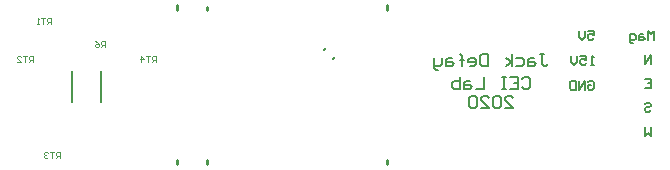
<source format=gbo>
G04*
G04 #@! TF.GenerationSoftware,Altium Limited,Altium Designer,20.1.14 (287)*
G04*
G04 Layer_Color=32896*
%FSLAX24Y24*%
%MOIN*%
G70*
G04*
G04 #@! TF.SameCoordinates,A941D497-83B8-4645-9806-60D24E8B5C7E*
G04*
G04*
G04 #@! TF.FilePolarity,Positive*
G04*
G01*
G75*
%ADD10C,0.0100*%
%ADD11C,0.0079*%
%ADD12C,0.0050*%
%ADD13C,0.0040*%
%ADD33C,0.0070*%
D10*
X3000Y2500D02*
Y2650D01*
Y-2650D02*
Y-2500D01*
X4000Y-2650D02*
Y-2500D01*
X10000Y-2650D02*
Y-2500D01*
Y2500D02*
Y2650D01*
X4000Y2500D02*
Y2587D01*
D11*
X8215Y874D02*
X8272Y929D01*
X7928Y1171D02*
X7985Y1226D01*
X-492Y-582D02*
Y481D01*
X492Y-582D02*
Y481D01*
D12*
X18900Y1496D02*
Y1795D01*
X18800Y1696D01*
X18700Y1795D01*
Y1496D01*
X18550Y1696D02*
X18450D01*
X18400Y1646D01*
Y1496D01*
X18550D01*
X18600Y1546D01*
X18550Y1596D01*
X18400D01*
X18200Y1396D02*
X18150D01*
X18100Y1446D01*
Y1696D01*
X18250D01*
X18300Y1646D01*
Y1546D01*
X18250Y1496D01*
X18100D01*
X18800Y700D02*
Y1000D01*
X18600Y700D01*
Y1000D01*
Y200D02*
X18800D01*
Y-100D01*
X18600D01*
X18800Y50D02*
X18700D01*
X18600Y-650D02*
X18650Y-600D01*
X18750D01*
X18800Y-650D01*
Y-700D01*
X18750Y-750D01*
X18650D01*
X18600Y-800D01*
Y-850D01*
X18650Y-900D01*
X18750D01*
X18800Y-850D01*
Y-1400D02*
Y-1700D01*
X18700Y-1600D01*
X18600Y-1700D01*
Y-1400D01*
X16707Y83D02*
X16757Y133D01*
X16857D01*
X16907Y83D01*
Y-117D01*
X16857Y-167D01*
X16757D01*
X16707Y-117D01*
Y-17D01*
X16807D01*
X16607Y-167D02*
Y133D01*
X16407Y-167D01*
Y133D01*
X16307D02*
Y-167D01*
X16157D01*
X16107Y-117D01*
Y83D01*
X16157Y133D01*
X16307D01*
X16907Y675D02*
X16807D01*
X16857D01*
Y975D01*
X16907Y925D01*
X16457Y975D02*
X16657D01*
Y825D01*
X16557Y875D01*
X16507D01*
X16457Y825D01*
Y725D01*
X16507Y675D01*
X16607D01*
X16657Y725D01*
X16357Y975D02*
Y775D01*
X16257Y675D01*
X16157Y775D01*
Y975D01*
X16707Y1800D02*
X16907D01*
Y1650D01*
X16807Y1700D01*
X16757D01*
X16707Y1650D01*
Y1550D01*
X16757Y1500D01*
X16857D01*
X16907Y1550D01*
X16607Y1800D02*
Y1600D01*
X16507Y1500D01*
X16407Y1600D01*
Y1800D01*
D13*
X2300Y750D02*
Y950D01*
X2200D01*
X2167Y917D01*
Y850D01*
X2200Y817D01*
X2300D01*
X2233D02*
X2167Y750D01*
X2100Y950D02*
X1967D01*
X2033D01*
Y750D01*
X1800D02*
Y950D01*
X1900Y850D01*
X1767D01*
X-1800Y750D02*
Y950D01*
X-1900D01*
X-1933Y917D01*
Y850D01*
X-1900Y817D01*
X-1800D01*
X-1867D02*
X-1933Y750D01*
X-2000Y950D02*
X-2133D01*
X-2067D01*
Y750D01*
X-2333D02*
X-2200D01*
X-2333Y883D01*
Y917D01*
X-2300Y950D01*
X-2233D01*
X-2200Y917D01*
X-900Y-2450D02*
Y-2250D01*
X-1000D01*
X-1033Y-2283D01*
Y-2350D01*
X-1000Y-2383D01*
X-900D01*
X-967D02*
X-1033Y-2450D01*
X-1100Y-2250D02*
X-1233D01*
X-1167D01*
Y-2450D01*
X-1300Y-2283D02*
X-1333Y-2250D01*
X-1400D01*
X-1433Y-2283D01*
Y-2317D01*
X-1400Y-2350D01*
X-1367D01*
X-1400D01*
X-1433Y-2383D01*
Y-2417D01*
X-1400Y-2450D01*
X-1333D01*
X-1300Y-2417D01*
X-1200Y2033D02*
Y2233D01*
X-1300D01*
X-1333Y2199D01*
Y2133D01*
X-1300Y2099D01*
X-1200D01*
X-1267D02*
X-1333Y2033D01*
X-1400Y2233D02*
X-1533D01*
X-1467D01*
Y2033D01*
X-1600D02*
X-1667D01*
X-1633D01*
Y2233D01*
X-1600Y2199D01*
X600Y1275D02*
Y1475D01*
X500D01*
X467Y1442D01*
Y1375D01*
X500Y1342D01*
X600D01*
X533D02*
X467Y1275D01*
X267Y1475D02*
X333Y1442D01*
X400Y1375D01*
Y1309D01*
X367Y1275D01*
X300D01*
X267Y1309D01*
Y1342D01*
X300Y1375D01*
X400D01*
D33*
X15115Y1045D02*
X15248D01*
X15182D01*
Y712D01*
X15248Y645D01*
X15315D01*
X15382Y712D01*
X14915Y912D02*
X14782D01*
X14715Y845D01*
Y645D01*
X14915D01*
X14982Y712D01*
X14915Y778D01*
X14715D01*
X14315Y912D02*
X14515D01*
X14582Y845D01*
Y712D01*
X14515Y645D01*
X14315D01*
X14182D02*
Y1045D01*
Y778D02*
X13982Y912D01*
X14182Y778D02*
X13982Y645D01*
X13382Y1045D02*
Y645D01*
X13182D01*
X13116Y712D01*
Y978D01*
X13182Y1045D01*
X13382D01*
X12782Y645D02*
X12916D01*
X12982Y712D01*
Y845D01*
X12916Y912D01*
X12782D01*
X12716Y845D01*
Y778D01*
X12982D01*
X12516Y645D02*
Y978D01*
Y845D01*
X12583D01*
X12449D01*
X12516D01*
Y978D01*
X12449Y1045D01*
X12183Y912D02*
X12049D01*
X11983Y845D01*
Y645D01*
X12183D01*
X12249Y712D01*
X12183Y778D01*
X11983D01*
X11849Y912D02*
Y712D01*
X11783Y645D01*
X11583D01*
Y579D01*
X11650Y512D01*
X11716D01*
X11583Y645D02*
Y912D01*
X14515Y197D02*
X14582Y264D01*
X14715D01*
X14782Y197D01*
Y-69D01*
X14715Y-136D01*
X14582D01*
X14515Y-69D01*
X14115Y264D02*
X14382D01*
Y-136D01*
X14115D01*
X14382Y64D02*
X14249D01*
X13982Y264D02*
X13849D01*
X13915D01*
Y-136D01*
X13982D01*
X13849D01*
X13249Y264D02*
Y-136D01*
X12982D01*
X12782Y131D02*
X12649D01*
X12583Y64D01*
Y-136D01*
X12782D01*
X12849Y-69D01*
X12782Y-3D01*
X12583D01*
X12449Y264D02*
Y-136D01*
X12249D01*
X12183Y-69D01*
Y-3D01*
Y64D01*
X12249Y131D01*
X12449D01*
X13949Y-784D02*
X14215D01*
X13949Y-517D01*
Y-451D01*
X14015Y-384D01*
X14149D01*
X14215Y-451D01*
X13815D02*
X13749Y-384D01*
X13616D01*
X13549Y-451D01*
Y-717D01*
X13616Y-784D01*
X13749D01*
X13815Y-717D01*
Y-451D01*
X13149Y-784D02*
X13416D01*
X13149Y-517D01*
Y-451D01*
X13216Y-384D01*
X13349D01*
X13416Y-451D01*
X13016D02*
X12949Y-384D01*
X12816D01*
X12749Y-451D01*
Y-717D01*
X12816Y-784D01*
X12949D01*
X13016Y-717D01*
Y-451D01*
M02*

</source>
